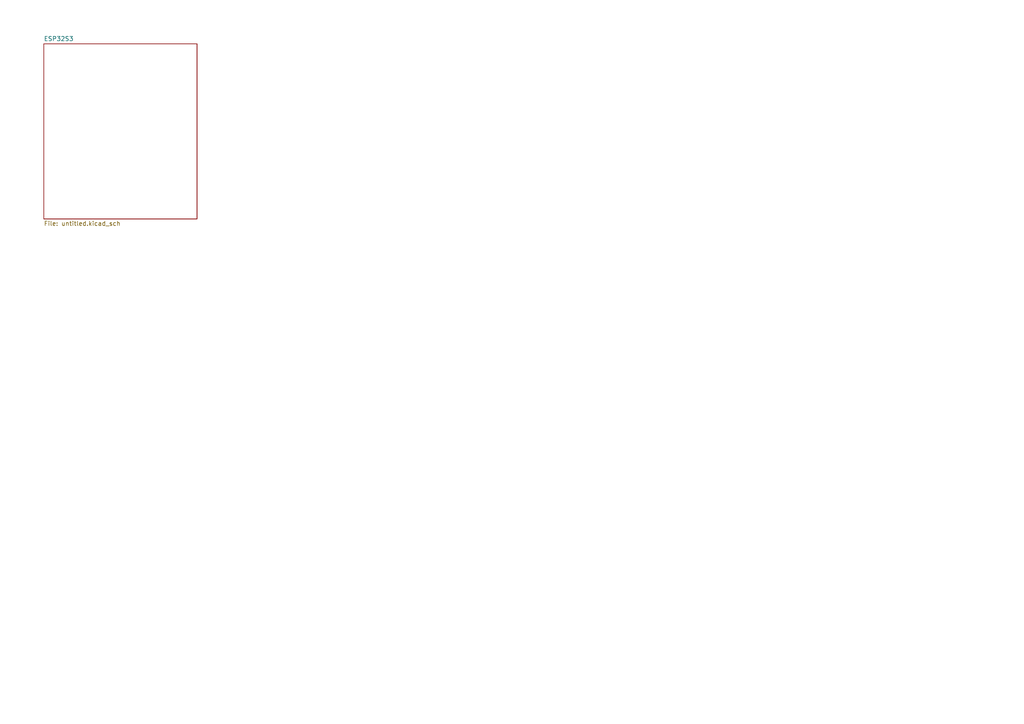
<source format=kicad_sch>
(kicad_sch
	(version 20250114)
	(generator "eeschema")
	(generator_version "9.0")
	(uuid "60cf23d5-601d-4271-bef3-81dfa9f1ea72")
	(paper "A4")
	(lib_symbols)
	(sheet
		(at 12.7 12.7)
		(size 44.45 50.8)
		(exclude_from_sim no)
		(in_bom yes)
		(on_board yes)
		(dnp no)
		(fields_autoplaced yes)
		(stroke
			(width 0.1524)
			(type solid)
		)
		(fill
			(color 0 0 0 0.0000)
		)
		(uuid "380af648-d11d-4c81-a4dd-6f1bd8c98408")
		(property "Sheetname" "ESP32S3"
			(at 12.7 11.9884 0)
			(effects
				(font
					(size 1.27 1.27)
				)
				(justify left bottom)
			)
		)
		(property "Sheetfile" "untitled.kicad_sch"
			(at 12.7 64.0846 0)
			(effects
				(font
					(size 1.27 1.27)
				)
				(justify left top)
			)
		)
		(instances
			(project "esp-s3"
				(path "/60cf23d5-601d-4271-bef3-81dfa9f1ea72"
					(page "2")
				)
			)
		)
	)
	(sheet_instances
		(path "/"
			(page "1")
		)
	)
	(embedded_fonts no)
)

</source>
